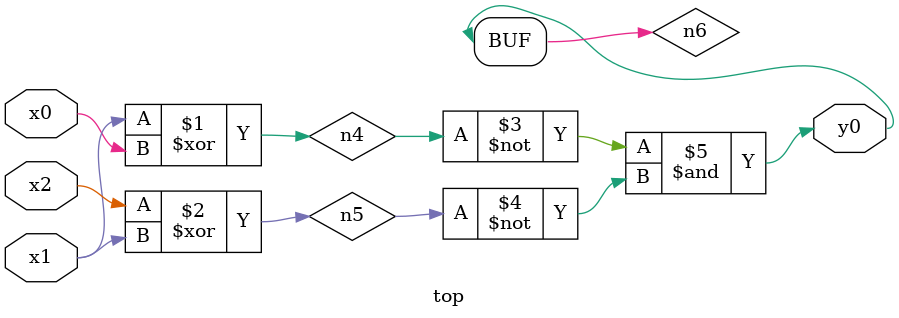
<source format=v>
module top( x0 , x1 , x2 , y0 );
  input x0 , x1 , x2 ;
  output y0 ;
  wire n4 , n5 , n6 ;
  assign n4 = x1 ^ x0 ;
  assign n5 = x2 ^ x1 ;
  assign n6 = ~n4 & ~n5 ;
  assign y0 = n6 ;
endmodule

</source>
